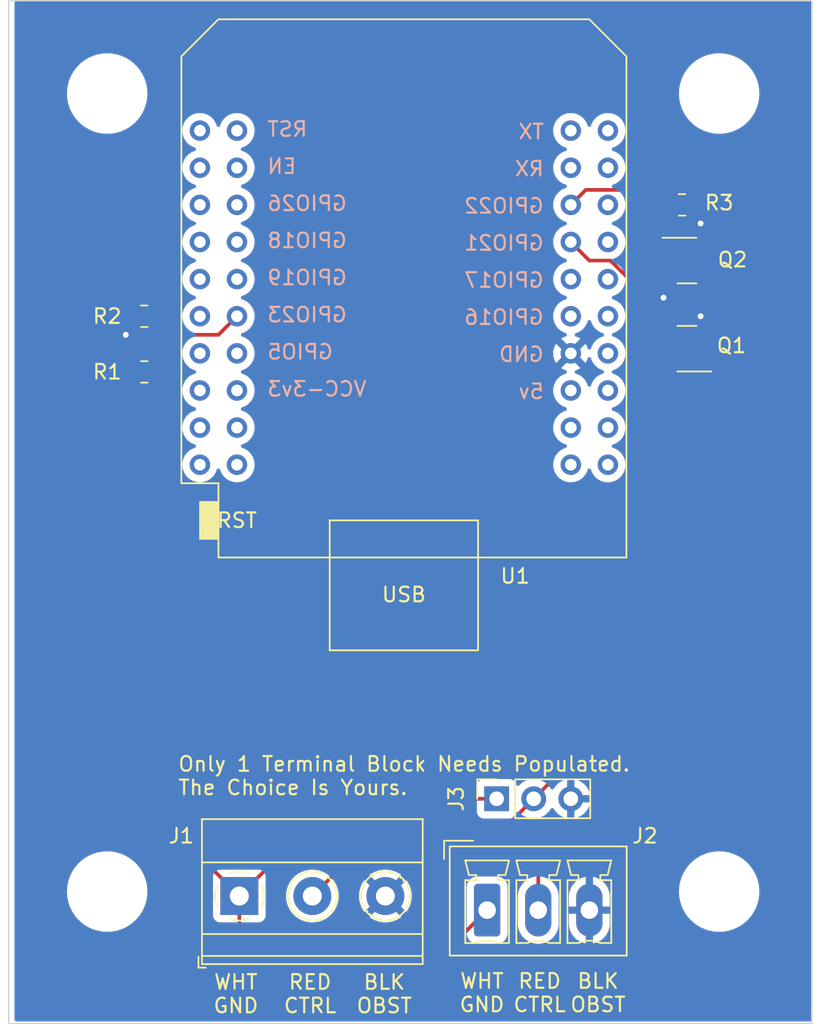
<source format=kicad_pcb>
(kicad_pcb (version 20221018) (generator pcbnew)
  (layers (0 "F.Cu" signal) (31 "B.Cu" signal) (34 "B.Paste" user) (35 "F.Paste" user) (36 "B.SilkS" user "B.Silkscreen") (37 "F.SilkS" user "F.Silkscreen") (38 "B.Mask" user) (39 "F.Mask" user) (44 "Edge.Cuts" user))
  (net 0 "")
  (net 1 "Net-(J1-BLK{slash}OBST)")
  (net 2 "Net-(J1-RED{slash}CTRL)")
  (net 3 "Net-(Q1-D)")
  (net 4 "Net-(Q2-G)")
  (net 5 "+3.3V")
  (net 6 "GND")
  (net 7 "+5V")
  (net 8 "Net-(U2-IO_23{slash}D7)")
  (net 30 "unconnected-(U2-IO_05{slash}D8-Pad14)")
  (net 43 "Net-(U1-IO_23{slash}D7)")
  (footprint "Resistor_SMD:R_0805_2012Metric" (layer "F.Cu") (at 160.02 71.12 180)
    (fp_text reference "R3" (at -2.54 0.144162) (layer "F.SilkS"))
    (fp_text value "10k")
    (fp_line (start -0.227064 -0.735) (end 0.227064 -0.735) (stroke (width 0.12)) (layer "F.SilkS"))
    (fp_line (start -0.227064 0.735) (end 0.227064 0.735) (stroke (width 0.12)) (layer "F.SilkS"))
    (pad "1" smd roundrect (at -0.9125 0 180) (size 1.025 1.4) (layers "F.Cu" "F.Paste" "F.Mask") (roundrect_rratio 0.243902439) (net 6 "GND"))
    (pad "2" smd roundrect (at 0.9125 0 180) (size 1.025 1.4) (layers "F.Cu" "F.Paste" "F.Mask") (roundrect_rratio 0.243902439) (net 4 "Net-(Q2-G)"))
  )
  (footprint "Connector_PinSocket_2.54mm:PinSocket_1x03_P2.54mm_Vertical" (layer "F.Cu") (at 147.32 111.76 90)
    (fp_text reference "J3" (at 0 -2.77 90) (layer "F.SilkS"))
    (fp_text value "Screw_Terminal_01x03")
    (fp_line (start -1.33 1.27) (end -1.33 6.41) (stroke (width 0.12)) (layer "F.SilkS"))
    (fp_line (start -1.33 1.27) (end 1.33 1.27) (stroke (width 0.12)) (layer "F.SilkS"))
    (fp_line (start -1.33 6.41) (end 1.33 6.41) (stroke (width 0.12)) (layer "F.SilkS"))
    (fp_line (start 0 -1.33) (end 1.33 -1.33) (stroke (width 0.12)) (layer "F.SilkS"))
    (fp_line (start 1.33 -1.33) (end 1.33 0) (stroke (width 0.12)) (layer "F.SilkS"))
    (fp_line (start 1.33 1.27) (end 1.33 6.41) (stroke (width 0.12)) (layer "F.SilkS"))
    (pad "1" thru_hole rect (at 0 0 90) (size 1.7 1.7) (drill 1) (layers "*.Cu" "*.Mask") (net 1 "Net-(J1-BLK{slash}OBST)"))
    (pad "2" thru_hole oval (at 0 2.54 90) (size 1.7 1.7) (drill 1) (layers "*.Cu" "*.Mask") (net 2 "Net-(J1-RED{slash}CTRL)"))
    (pad "3" thru_hole oval (at 0 5.08 90) (size 1.7 1.7) (drill 1) (layers "*.Cu" "*.Mask") (net 6 "GND"))
  )
  (footprint "MountingHole:MountingHole_5mm" (layer "F.Cu") (at 162.56 63.5)
    (fp_text reference "REF**" hide)
    (fp_text value "MountingHole_5mm")
    (pad "" np_thru_hole circle (at 0 0) (size 5 5) (drill 5) (layers "*.Cu" "*.Mask"))
  )
  (footprint "MountingHole:MountingHole_5mm" (layer "F.Cu") (at 162.56 118.11)
    (fp_text reference "REF**" hide)
    (fp_text value "MountingHole_5mm")
    (pad "" np_thru_hole circle (at 0 0) (size 5 5) (drill 5) (layers "F&B.Cu" "*.Mask"))
  )
  (footprint "MountingHole:MountingHole_5mm" (layer "F.Cu") (at 120.65 118.11)
    (fp_text reference "REF**" hide)
    (fp_text value "MountingHole_5mm")
    (pad "" np_thru_hole circle (at 0 0) (size 5 5) (drill 5) (layers "F&B.Cu" "*.Mask"))
  )
  (footprint "MountingHole:MountingHole_5mm" (layer "F.Cu") (at 120.65 63.5)
    (fp_text reference "REF**" hide)
    (fp_text value "MountingHole_5mm")
    (pad "" np_thru_hole circle (at 0 0) (size 5 5) (drill 5) (layers "F&B.Cu" "*.Mask"))
  )
  (footprint "Package_TO_SOT_SMD:SOT-23" (layer "F.Cu") (at 160.3525 74.93)
    (fp_text reference "Q2" (at 3.120226 -0.057046) (layer "F.SilkS"))
    (fp_text value "AO3400A")
    (fp_line (start 0 -1.56) (end -1.675 -1.56) (stroke (width 0.12)) (layer "F.SilkS"))
    (fp_line (start 0 -1.56) (end 0.65 -1.56) (stroke (width 0.12)) (layer "F.SilkS"))
    (fp_line (start 0 1.56) (end -0.65 1.56) (stroke (width 0.12)) (layer "F.SilkS"))
    (fp_line (start 0 1.56) (end 0.65 1.56) (stroke (width 0.12)) (layer "F.SilkS"))
    (pad "1" smd roundrect (at -0.9375 -0.95) (size 1.475 0.6) (layers "F.Cu" "F.Paste" "F.Mask") (net 4 "Net-(Q2-G)"))
    (pad "2" smd roundrect (at -0.9375 0.95) (size 1.475 0.6) (layers "F.Cu" "F.Paste" "F.Mask") (net 6 "GND"))
    (pad "3" smd roundrect (at 0.9375 0) (size 1.475 0.6) (layers "F.Cu" "F.Paste" "F.Mask") (net 2 "Net-(J1-RED{slash}CTRL)"))
  )
  (footprint "ESP32_mini:ESP32_mini" (layer "F.Cu") (at 140.97 77.47)
    (fp_text reference "U1" (at 7.62 19.05) (layer "F.SilkS"))
    (fp_text value "mini_esp32")
    (fp_text user "USB" (at 0 20.32) (layer "F.SilkS"))
    (fp_text user "RST" (at -11.43 15.24) (layer "F.SilkS"))
    (fp_line (start -15.24 -16.51) (end -15.24 12.7) (stroke (width 0.12)) (layer "F.SilkS"))
    (fp_line (start -15.24 12.7) (end -12.7 12.7) (stroke (width 0.12)) (layer "F.SilkS"))
    (fp_line (start -12.7 -19.05) (end -15.24 -16.51) (stroke (width 0.12)) (layer "F.SilkS"))
    (fp_line (start -12.7 -19.05) (end -11.43 -19.05) (stroke (width 0.12)) (layer "F.SilkS"))
    (fp_line (start -12.7 12.7) (end -12.7 17.78) (stroke (width 0.12)) (layer "F.SilkS"))
    (fp_line (start -12.7 17.78) (end 15.24 17.78) (stroke (width 0.12)) (layer "F.SilkS"))
    (fp_line (start -5.08 15.24) (end 5.08 15.24) (stroke (width 0.12)) (layer "F.SilkS"))
    (fp_line (start -5.08 17.78) (end -5.08 15.24) (stroke (width 0.12)) (layer "F.SilkS"))
    (fp_line (start -5.08 17.78) (end -5.08 24.13) (stroke (width 0.12)) (layer "F.SilkS"))
    (fp_line (start -5.08 24.13) (end 5.08 24.13) (stroke (width 0.12)) (layer "F.SilkS"))
    (fp_line (start 5.08 15.24) (end 5.08 17.78) (stroke (width 0.12)) (layer "F.SilkS"))
    (fp_line (start 5.08 24.13) (end 5.08 17.78) (stroke (width 0.12)) (layer "F.SilkS"))
    (fp_line (start 12.7 -19.05) (end -11.43 -19.05) (stroke (width 0.12)) (layer "F.SilkS"))
    (fp_line (start 12.7 -19.05) (end 15.24 -16.51) (stroke (width 0.12)) (layer "F.SilkS"))
    (fp_line (start 15.24 -16.51) (end 15.24 17.78) (stroke (width 0.12)) (layer "F.SilkS"))
    (fp_poly (pts (xy -13.97 16.51) (xy -13.97 13.97) (xy -12.7 13.97) (xy -12.7 16.51)) (stroke (width 0.1)) (fill solid) (layer "F.SilkS"))
    (pad "1" thru_hole circle (at -13.97 -11.43 270) (size 1.4 1.4) (drill 0.8) (layers "*.Cu" "*.Mask"))
    (pad "2" thru_hole circle (at -11.43 -11.43 270) (size 1.4 1.4) (drill 0.8) (layers "*.Cu" "*.Mask"))
    (pad "3" thru_hole circle (at -13.97 -8.89 270) (size 1.4 1.4) (drill 0.8) (layers "*.Cu" "*.Mask"))
    (pad "4" thru_hole circle (at -11.43 -8.89 270) (size 1.4 1.4) (drill 0.8) (layers "*.Cu" "*.Mask"))
    (pad "5" thru_hole circle (at -13.97 -6.35 270) (size 1.4 1.4) (drill 0.8) (layers "*.Cu" "*.Mask"))
    (pad "6" thru_hole circle (at -11.43 -6.35 270) (size 1.4 1.4) (drill 0.8) (layers "*.Cu" "*.Mask"))
    (pad "7" thru_hole circle (at -13.97 -3.81 270) (size 1.4 1.4) (drill 0.8) (layers "*.Cu" "*.Mask"))
    (pad "8" thru_hole circle (at -11.43 -3.81 270) (size 1.4 1.4) (drill 0.8) (layers "*.Cu" "*.Mask"))
    (pad "9" thru_hole circle (at -13.97 -1.27 270) (size 1.4 1.4) (drill 0.8) (layers "*.Cu" "*.Mask"))
    (pad "10" thru_hole circle (at -11.43 -1.27 270) (size 1.4 1.4) (drill 0.8) (layers "*.Cu" "*.Mask"))
    (pad "11" thru_hole circle (at -13.97 1.27 270) (size 1.4 1.4) (drill 0.8) (layers "*.Cu" "*.Mask"))
    (pad "12" thru_hole circle (at -11.43 1.27 270) (size 1.4 1.4) (drill 0.8) (layers "*.Cu" "*.Mask") (net 8 "Net-(U2-IO_23{slash}D7)"))
    (pad "13" thru_hole circle (at -13.97 3.81 270) (size 1.4 1.4) (drill 0.8) (layers "*.Cu" "*.Mask"))
    (pad "14" thru_hole circle (at -11.43 3.81 270) (size 1.4 1.4) (drill 0.8) (layers "*.Cu" "*.Mask") (net 30 "unconnected-(U2-IO_05{slash}D8-Pad14)"))
    (pad "15" thru_hole circle (at -13.97 6.35 270) (size 1.4 1.4) (drill 0.8) (layers "*.Cu" "*.Mask"))
    (pad "16" thru_hole circle (at -11.43 6.35 270) (size 1.4 1.4) (drill 0.8) (layers "*.Cu" "*.Mask") (net 5 "+3.3V"))
    (pad "17" thru_hole circle (at -13.97 8.89 270) (size 1.4 1.4) (drill 0.8) (layers "*.Cu" "*.Mask"))
    (pad "18" thru_hole circle (at -11.43 8.89 270) (size 1.4 1.4) (drill 0.8) (layers "*.Cu" "*.Mask"))
    (pad "19" thru_hole circle (at -13.97 11.43 270) (size 1.4 1.4) (drill 0.8) (layers "*.Cu" "*.Mask"))
    (pad "20" thru_hole circle (at -11.43 11.43 270) (size 1.4 1.4) (drill 0.8) (layers "*.Cu" "*.Mask"))
    (pad "21" thru_hole circle (at 11.43 -11.43 270) (size 1.4 1.4) (drill 0.8) (layers "*.Cu" "*.Mask"))
    (pad "22" thru_hole circle (at 13.97 -11.43 270) (size 1.4 1.4) (drill 0.8) (layers "*.Cu" "*.Mask"))
    (pad "23" thru_hole circle (at 11.43 -8.89 270) (size 1.4 1.4) (drill 0.8) (layers "*.Cu" "*.Mask"))
    (pad "24" thru_hole circle (at 13.97 -8.89 270) (size 1.4 1.4) (drill 0.8) (layers "*.Cu" "*.Mask"))
    (pad "25" thru_hole circle (at 11.43 -6.35 270) (size 1.4 1.4) (drill 0.8) (layers "*.Cu" "*.Mask") (net 4 "Net-(Q2-G)"))
    (pad "26" thru_hole circle (at 13.97 -6.35 270) (size 1.4 1.4) (drill 0.8) (layers "*.Cu" "*.Mask"))
    (pad "27" thru_hole circle (at 11.43 -3.81 270) (size 1.4 1.4) (drill 0.8) (layers "*.Cu" "*.Mask") (net 3 "Net-(Q1-D)"))
    (pad "28" thru_hole circle (at 13.97 -3.81 270) (size 1.4 1.4) (drill 0.8) (layers "*.Cu" "*.Mask"))
    (pad "29" thru_hole circle (at 11.43 -1.27 270) (size 1.4 1.4) (drill 0.8) (layers "*.Cu" "*.Mask"))
    (pad "30" thru_hole circle (at 13.97 -1.27 270) (size 1.4 1.4) (drill 0.8) (layers "*.Cu" "*.Mask"))
    (pad "31" thru_hole circle (at 11.43 1.27 270) (size 1.4 1.4) (drill 0.8) (layers "*.Cu" "*.Mask"))
    (pad "32" thru_hole circle (at 13.97 1.27 270) (size 1.4 1.4) (drill 0.8) (layers "*.Cu" "*.Mask"))
    (pad "33" thru_hole circle (at 11.43 3.81 270) (size 1.4 1.4) (drill 0.8) (layers "*.Cu" "*.Mask") (net 6 "GND"))
    (pad "34" thru_hole circle (at 13.97 3.81 270) (size 1.4 1.4) (drill 0.8) (layers "*.Cu" "*.Mask"))
    (pad "35" thru_hole circle (at 11.43 6.35 270) (size 1.4 1.4) (drill 0.8) (layers "*.Cu" "*.Mask") (net 7 "+5V"))
    (pad "36" thru_hole circle (at 13.97 6.35 270) (size 1.4 1.4) (drill 0.8) (layers "*.Cu" "*.Mask"))
    (pad "37" thru_hole circle (at 11.43 8.89 270) (size 1.4 1.4) (drill 0.8) (layers "*.Cu" "*.Mask"))
    (pad "38" thru_hole circle (at 13.97 8.89 270) (size 1.4 1.4) (drill 0.8) (layers "*.Cu" "*.Mask"))
    (pad "39" thru_hole circle (at 11.43 11.43 270) (size 1.4 1.4) (drill 0.8) (layers "*.Cu" "*.Mask"))
    (pad "40" thru_hole circle (at 13.97 11.43 270) (size 1.4 1.4) (drill 0.8) (layers "*.Cu" "*.Mask"))
  )
  (footprint "Package_TO_SOT_SMD:SOT-23" (layer "F.Cu") (at 160.3525 80.96 180)
    (fp_text reference "Q1" (at -3.053408 0.213873) (layer "F.SilkS"))
    (fp_text value "2N7002")
    (fp_line (start 0 -1.56) (end -1.675 -1.56) (stroke (width 0.12)) (layer "F.SilkS"))
    (fp_line (start 0 -1.56) (end 0.65 -1.56) (stroke (width 0.12)) (layer "F.SilkS"))
    (fp_line (start 0 1.56) (end -0.65 1.56) (stroke (width 0.12)) (layer "F.SilkS"))
    (fp_line (start 0 1.56) (end 0.65 1.56) (stroke (width 0.12)) (layer "F.SilkS"))
    (pad "1" smd roundrect (at -0.9375 -0.95 180) (size 1.475 0.6) (layers "F.Cu" "F.Paste" "F.Mask") (net 2 "Net-(J1-RED{slash}CTRL)"))
    (pad "2" smd roundrect (at -0.9375 0.95 180) (size 1.475 0.6) (layers "F.Cu" "F.Paste" "F.Mask") (net 6 "GND"))
    (pad "3" smd roundrect (at 0.9375 0 180) (size 1.475 0.6) (layers "F.Cu" "F.Paste" "F.Mask") (net 3 "Net-(Q1-D)"))
  )
  (footprint "Connector_Phoenix_MC:PhoenixContact_MCV_1,5_3-G-3.5_1x03_P3.50mm_Vertical" (layer "F.Cu") (at 146.67 119.38)
    (fp_text reference "J2" (at 10.81 -5.08) (layer "F.SilkS"))
    (fp_text value "Screw_Terminal_01x03")
    (fp_line (start -2.95 -4.75) (end -0.95 -4.75) (stroke (width 0.12)) (layer "F.SilkS"))
    (fp_line (start -2.95 -3.5) (end -2.95 -4.75) (stroke (width 0.12)) (layer "F.SilkS"))
    (fp_line (start -2.56 -4.36) (end -2.56 3.11) (stroke (width 0.12)) (layer "F.SilkS"))
    (fp_line (start -2.56 3.11) (end 9.56 3.11) (stroke (width 0.12)) (layer "F.SilkS"))
    (fp_line (start -1.5 -3.4) (end 1.5 -3.4) (stroke (width 0.12)) (layer "F.SilkS"))
    (fp_line (start -1.5 -2.05) (end -0.75 -2.05) (stroke (width 0.12)) (layer "F.SilkS"))
    (fp_line (start -1.5 2.25) (end -1.5 -2.05) (stroke (width 0.12)) (layer "F.SilkS"))
    (fp_line (start -1.25 -2.4) (end -1.5 -3.4) (stroke (width 0.12)) (layer "F.SilkS"))
    (fp_line (start -0.75 -2.4) (end -1.25 -2.4) (stroke (width 0.12)) (layer "F.SilkS"))
    (fp_line (start -0.75 -2.05) (end -0.75 -2.4) (stroke (width 0.12)) (layer "F.SilkS"))
    (fp_line (start -0.75 2.25) (end -1.5 2.25) (stroke (width 0.12)) (layer "F.SilkS"))
    (fp_line (start 0.75 -2.4) (end 0.75 -2.05) (stroke (width 0.12)) (layer "F.SilkS"))
    (fp_line (start 0.75 -2.05) (end 1.5 -2.05) (stroke (width 0.12)) (layer "F.SilkS"))
    (fp_line (start 1.25 -2.4) (end 0.75 -2.4) (stroke (width 0.12)) (layer "F.SilkS"))
    (fp_line (start 1.5 -3.4) (end 1.25 -2.4) (stroke (width 0.12)) (layer "F.SilkS"))
    (fp_line (start 1.5 -2.05) (end 1.5 2.25) (stroke (width 0.12)) (layer "F.SilkS"))
    (fp_line (start 1.5 2.25) (end 0.75 2.25) (stroke (width 0.12)) (layer "F.SilkS"))
    (fp_line (start 2 -3.4) (end 5 -3.4) (stroke (width 0.12)) (layer "F.SilkS"))
    (fp_line (start 2 -2.05) (end 2.75 -2.05) (stroke (width 0.12)) (layer "F.SilkS"))
    (fp_line (start 2 2.25) (end 2 -2.05) (stroke (width 0.12)) (layer "F.SilkS"))
    (fp_line (start 2.25 -2.4) (end 2 -3.4) (stroke (width 0.12)) (layer "F.SilkS"))
    (fp_line (start 2.75 -2.4) (end 2.25 -2.4) (stroke (width 0.12)) (layer "F.SilkS"))
    (fp_line (start 2.75 -2.05) (end 2.75 -2.4) (stroke (width 0.12)) (layer "F.SilkS"))
    (fp_line (start 2.75 2.25) (end 2 2.25) (stroke (width 0.12)) (layer "F.SilkS"))
    (fp_line (start 4.25 -2.4) (end 4.25 -2.05) (stroke (width 0.12)) (layer "F.SilkS"))
    (fp_line (start 4.25 -2.05) (end 5 -2.05) (stroke (width 0.12)) (layer "F.SilkS"))
    (fp_line (start 4.75 -2.4) (end 4.25 -2.4) (stroke (width 0.12)) (layer "F.SilkS"))
    (fp_line (start 5 -3.4) (end 4.75 -2.4) (stroke (width 0.12)) (layer "F.SilkS"))
    (fp_line (start 5 -2.05) (end 5 2.25) (stroke (width 0.12)) (layer "F.SilkS"))
    (fp_line (start 5 2.25) (end 4.25 2.25) (stroke (width 0.12)) (layer "F.SilkS"))
    (fp_line (start 5.5 -3.4) (end 8.5 -3.4) (stroke (width 0.12)) (layer "F.SilkS"))
    (fp_line (start 5.5 -2.05) (end 6.25 -2.05) (stroke (width 0.12)) (layer "F.SilkS"))
    (fp_line (start 5.5 2.25) (end 5.5 -2.05) (stroke (width 0.12)) (layer "F.SilkS"))
    (fp_line (start 5.75 -2.4) (end 5.5 -3.4) (stroke (width 0.12)) (layer "F.SilkS"))
    (fp_line (start 6.25 -2.4) (end 5.75 -2.4) (stroke (width 0.12)) (layer "F.SilkS"))
    (fp_line (start 6.25 -2.05) (end 6.25 -2.4) (stroke (width 0.12)) (layer "F.SilkS"))
    (fp_line (start 6.25 2.25) (end 5.5 2.25) (stroke (width 0.12)) (layer "F.SilkS"))
    (fp_line (start 7.75 -2.4) (end 7.75 -2.05) (stroke (width 0.12)) (layer "F.SilkS"))
    (fp_line (start 7.75 -2.05) (end 8.5 -2.05) (stroke (width 0.12)) (layer "F.SilkS"))
    (fp_line (start 8.25 -2.4) (end 7.75 -2.4) (stroke (width 0.12)) (layer "F.SilkS"))
    (fp_line (start 8.5 -3.4) (end 8.25 -2.4) (stroke (width 0.12)) (layer "F.SilkS"))
    (fp_line (start 8.5 -2.05) (end 8.5 2.25) (stroke (width 0.12)) (layer "F.SilkS"))
    (fp_line (start 8.5 2.25) (end 7.75 2.25) (stroke (width 0.12)) (layer "F.SilkS"))
    (fp_line (start 9.56 -4.36) (end -2.56 -4.36) (stroke (width 0.12)) (layer "F.SilkS"))
    (fp_line (start 9.56 3.11) (end 9.56 -4.36) (stroke (width 0.12)) (layer "F.SilkS"))
    (fp_arc (start -0.75 2.25) (mid -0.000193 2.09191) (end 0.749647 2.249844) (stroke (width 0.12)) (layer "F.SilkS"))
    (fp_arc (start 2.75 2.25) (mid 3.499807 2.09191) (end 4.249647 2.249844) (stroke (width 0.12)) (layer "F.SilkS"))
    (fp_arc (start 6.25 2.25) (mid 6.999807 2.09191) (end 7.749647 2.249844) (stroke (width 0.12)) (layer "F.SilkS"))
    (pad "1" thru_hole roundrect (at 0 0) (size 1.8 3.6) (drill 1.2) (layers "*.Cu" "*.Mask") (roundrect_rratio 0.1388888889) (net 1 "Net-(J1-BLK{slash}OBST)"))
    (pad "2" thru_hole oval (at 3.5 0) (size 1.8 3.6) (drill 1.2) (layers "*.Cu" "*.Mask") (net 2 "Net-(J1-RED{slash}CTRL)"))
    (pad "3" thru_hole oval (at 7 0) (size 1.8 3.6) (drill 1.2) (layers "*.Cu" "*.Mask") (net 6 "GND"))
  )
  (footprint "TerminalBlock_Phoenix:TerminalBlock_Phoenix_MKDS-1,5-3_1x03_P5.00mm_Horizontal" (layer "F.Cu") (at 129.7 118.415)
    (fp_text reference "J1" (at -3.97 -4.115) (layer "F.SilkS"))
    (fp_text value "Screw_Terminal_01x03")
    (fp_line (start -2.8 4.16) (end -2.8 4.9) (stroke (width 0.12)) (layer "F.SilkS"))
    (fp_line (start -2.8 4.9) (end -2.3 4.9) (stroke (width 0.12)) (layer "F.SilkS"))
    (fp_line (start -2.56 -5.261) (end -2.56 4.66) (stroke (width 0.12)) (layer "F.SilkS"))
    (fp_line (start -2.56 -5.261) (end 12.56 -5.261) (stroke (width 0.12)) (layer "F.SilkS"))
    (fp_line (start -2.56 -2.301) (end 12.56 -2.301) (stroke (width 0.12)) (layer "F.SilkS"))
    (fp_line (start -2.56 2.6) (end 12.56 2.6) (stroke (width 0.12)) (layer "F.SilkS"))
    (fp_line (start -2.56 4.1) (end 12.56 4.1) (stroke (width 0.12)) (layer "F.SilkS"))
    (fp_line (start -2.56 4.66) (end 12.56 4.66) (stroke (width 0.12)) (layer "F.SilkS"))
    (fp_line (start 3.773 1.023) (end 3.726 1.069) (stroke (width 0.12)) (layer "F.SilkS"))
    (fp_line (start 3.966 1.239) (end 3.931 1.274) (stroke (width 0.12)) (layer "F.SilkS"))
    (fp_line (start 6.07 -1.275) (end 6.035 -1.239) (stroke (width 0.12)) (layer "F.SilkS"))
    (fp_line (start 6.275 -1.069) (end 6.228 -1.023) (stroke (width 0.12)) (layer "F.SilkS"))
    (fp_line (start 8.773 1.023) (end 8.726 1.069) (stroke (width 0.12)) (layer "F.SilkS"))
    (fp_line (start 8.966 1.239) (end 8.931 1.274) (stroke (width 0.12)) (layer "F.SilkS"))
    (fp_line (start 11.07 -1.275) (end 11.035 -1.239) (stroke (width 0.12)) (layer "F.SilkS"))
    (fp_line (start 11.275 -1.069) (end 11.228 -1.023) (stroke (width 0.12)) (layer "F.SilkS"))
    (fp_line (start 12.56 -5.261) (end 12.56 4.66) (stroke (width 0.12)) (layer "F.SilkS"))
    (fp_arc (start -1.535427 0.683042) (mid -1.680501 -0.000524) (end -1.535 -0.684) (stroke (width 0.12)) (layer "F.SilkS"))
    (fp_arc (start -0.683042 -1.535427) (mid 0.000524 -1.680501) (end 0.684 -1.535) (stroke (width 0.12)) (layer "F.SilkS"))
    (fp_arc (start 0.028805 1.680253) (mid -0.335551 1.646659) (end -0.684 1.535) (stroke (width 0.12)) (layer "F.SilkS"))
    (fp_arc (start 0.683318 1.534756) (mid 0.349292 1.643288) (end 0 1.68) (stroke (width 0.12)) (layer "F.SilkS"))
    (fp_arc (start 1.535427 -0.683042) (mid 1.680501 0.000524) (end 1.535 0.684) (stroke (width 0.12)) (layer "F.SilkS"))
    (fp_circle (center 5 0) (end 6.68 0) (stroke (width 0.12)) (fill none) (layer "F.SilkS"))
    (fp_circle (center 10 0) (end 11.68 0) (stroke (width 0.12)) (fill none) (layer "F.SilkS"))
    (pad "1" thru_hole rect (at 0 0) (size 2.6 2.6) (drill 1.3) (layers "*.Cu" "*.Mask") (net 1 "Net-(J1-BLK{slash}OBST)"))
    (pad "2" thru_hole circle (at 5 0) (size 2.6 2.6) (drill 1.3) (layers "*.Cu" "*.Mask") (net 2 "Net-(J1-RED{slash}CTRL)"))
    (pad "3" thru_hole circle (at 10 0) (size 2.6 2.6) (drill 1.3) (layers "*.Cu" "*.Mask") (net 6 "GND"))
  )
  (footprint "Resistor_SMD:R_0805_2012Metric" (layer "F.Cu") (at 123.19 78.74 180)
    (fp_text reference "R2" (at 2.54 0) (layer "F.SilkS"))
    (fp_text value "10k")
    (fp_line (start -0.227064 -0.735) (end 0.227064 -0.735) (stroke (width 0.12)) (layer "F.SilkS"))
    (fp_line (start -0.227064 0.735) (end 0.227064 0.735) (stroke (width 0.12)) (layer "F.SilkS"))
    (pad "1" smd roundrect (at -0.9125 0 180) (size 1.025 1.4) (layers "F.Cu" "F.Paste" "F.Mask") (roundrect_rratio 0.243902439) (net 43 "Net-(U1-IO_23{slash}D7)"))
    (pad "2" smd roundrect (at 0.9125 0 180) (size 1.025 1.4) (layers "F.Cu" "F.Paste" "F.Mask") (roundrect_rratio 0.243902439) (net 6 "GND"))
  )
  (footprint "Resistor_SMD:R_0805_2012Metric" (layer "F.Cu") (at 123.19 82.55)
    (fp_text reference "R1" (at -2.54 0) (layer "F.SilkS"))
    (fp_text value "10k")
    (fp_line (start -0.227064 -0.735) (end 0.227064 -0.735) (stroke (width 0.12)) (layer "F.SilkS"))
    (fp_line (start -0.227064 0.735) (end 0.227064 0.735) (stroke (width 0.12)) (layer "F.SilkS"))
    (pad "1" smd roundrect (at -0.9125 0) (size 1.025 1.4) (layers "F.Cu" "F.Paste" "F.Mask") (roundrect_rratio 0.243902439) (net 1 "Net-(J1-BLK{slash}OBST)"))
    (pad "2" smd roundrect (at 0.9125 0) (size 1.025 1.4) (layers "F.Cu" "F.Paste" "F.Mask") (roundrect_rratio 0.243902439) (net 43 "Net-(U1-IO_23{slash}D7)"))
  )
  (gr_rect (start 113.91 57.15) (end 168.91 127.15) (stroke (width 0.1)) (fill none) (layer "Edge.Cuts"))
  (gr_text "GPIO17" (at 150.637712 76.855594) (layer "B.SilkS") (effects (font (size 1 1)) (justify left bottom mirror)))
  (gr_text "RST" (at 134.445715 66.525297) (layer "B.SilkS") (effects (font (size 1 1)) (justify left bottom mirror)))
  (gr_text "GPIO22" (at 150.637712 71.775594) (layer "B.SilkS") (effects (font (size 1 1)) (justify left bottom mirror)))
  (gr_text "RX" (at 150.637712 69.235594) (layer "B.SilkS") (effects (font (size 1 1)) (justify left bottom mirror)))
  (gr_text "GPIO16" (at 150.637712 79.395594) (layer "B.SilkS") (effects (font (size 1 1)) (justify left bottom mirror)))
  (gr_text "GPIO23" (at 137.16 79.225297) (layer "B.SilkS") (effects (font (size 1 1)) (justify left bottom mirror)))
  (gr_text "5v" (at 150.637712 84.475594) (layer "B.SilkS") (effects (font (size 1 1)) (justify left bottom mirror)))
  (gr_text "GPIO5" (at 136.207619 81.765297) (layer "B.SilkS") (effects (font (size 1 1)) (justify left bottom mirror)))
  (gr_text "EN" (at 133.68381 69.065297) (layer "B.SilkS") (effects (font (size 1 1)) (justify left bottom mirror)))
  (gr_text "GPIO19" (at 137.16 76.685297) (layer "B.SilkS") (effects (font (size 1 1)) (justify left bottom mirror)))
  (gr_text "TX" (at 150.637712 66.695594) (layer "B.SilkS") (effects (font (size 1 1)) (justify left bottom mirror)))
  (gr_text "VCC-3v3" (at 138.493334 84.305297) (layer "B.SilkS") (effects (font (size 1 1)) (justify left bottom mirror)))
  (gr_text "GND" (at 150.637712 81.935594) (layer "B.SilkS") (effects (font (size 1 1)) (justify left bottom mirror)))
  (gr_text "GPIO18" (at 137.16 74.145297) (layer "B.SilkS") (effects (font (size 1 1)) (justify left bottom mirror)))
  (gr_text "GPIO26" (at 137.16 71.605297) (layer "B.SilkS") (effects (font (size 1 1)) (justify left bottom mirror)))
  (gr_text "GPIO21" (at 150.637712 74.315594) (layer "B.SilkS") (effects (font (size 1 1)) (justify left bottom mirror)))
  (gr_text "BLK\nOBST" (at 154.265587 126.429201) (layer "F.SilkS") (effects (font (size 1 1)) (justify bottom)))
  (gr_text "RED\nCTRL" (at 134.546103 126.499836) (layer "F.SilkS") (effects (font (size 1 1)) (justify bottom)))
  (gr_text "RED\nCTRL" (at 150.267396 126.429201) (layer "F.SilkS") (effects (font (size 1 1)) (justify bottom)))
  (gr_text "WHT\nGND" (at 129.466103 126.499836) (layer "F.SilkS") (effects (font (size 1 1)) (justify bottom)))
  (gr_text "Only 1 Terminal Block Needs Populated.\nThe Choice Is Yours." (at 125.437869 111.57816) (layer "F.SilkS") (effects (font (size 1 1)) (justify left bottom)))
  (gr_text "BLK\nOBST" (at 139.626103 126.499836) (layer "F.SilkS") (effects (font (size 1 1)) (justify bottom)))
  (gr_text "WHT\nGND" (at 146.317376 126.429201) (layer "F.SilkS") (effects (font (size 1 1)) (justify bottom)))
  (segment (start 129.7 118.415) (end 122.2775 110.9925) (width 0.25) (layer "F.Cu") (net 1))
  (segment (start 129.7 118.415) (end 129.7 120.81) (width 0.25) (layer "F.Cu") (net 1))
  (segment (start 144.13 121.92) (end 146.67 119.38) (width 0.25) (layer "F.Cu") (net 1))
  (segment (start 122.2775 110.9925) (end 122.2775 82.55) (width 0.25) (layer "F.Cu") (net 1))
  (segment (start 129.7 118.415) (end 136.355 111.76) (width 0.25) (layer "F.Cu") (net 1))
  (segment (start 129.7 120.81) (end 130.81 121.92) (width 0.25) (layer "F.Cu") (net 1))
  (segment (start 136.355 111.76) (end 147.32 111.76) (width 0.25) (layer "F.Cu") (net 1))
  (segment (start 130.81 121.92) (end 144.13 121.92) (width 0.25) (layer "F.Cu") (net 1))
  (segment (start 149.86 111.76) (end 148.59 113.03) (width 0.25) (layer "F.Cu") (net 2))
  (segment (start 161.29 100.33) (end 161.29 81.91) (width 0.25) (layer "F.Cu") (net 2))
  (segment (start 162.56 76.2) (end 161.29 74.93) (width 0.25) (layer "F.Cu") (net 2))
  (segment (start 148.59 114.3) (end 150.17 115.88) (width 0.25) (layer "F.Cu") (net 2))
  (segment (start 148.59 113.03) (end 148.59 114.3) (width 0.25) (layer "F.Cu") (net 2))
  (segment (start 138.815 114.3) (end 148.59 114.3) (width 0.25) (layer "F.Cu") (net 2))
  (segment (start 162.56 80.64) (end 162.56 76.2) (width 0.25) (layer "F.Cu") (net 2))
  (segment (start 161.29 81.91) (end 162.56 80.64) (width 0.25) (layer "F.Cu") (net 2))
  (segment (start 134.7 118.415) (end 138.815 114.3) (width 0.25) (layer "F.Cu") (net 2))
  (segment (start 150.17 115.88) (end 150.17 119.38) (width 0.25) (layer "F.Cu") (net 2))
  (segment (start 149.86 111.76) (end 161.29 100.33) (width 0.25) (layer "F.Cu") (net 2))
  (segment (start 153.67 74.93) (end 152.4 73.66) (width 0.25) (layer "F.Cu") (net 3))
  (segment (start 159.415 79.225431) (end 155.119569 74.93) (width 0.25) (layer "F.Cu") (net 3))
  (segment (start 159.415 80.96) (end 159.415 79.225431) (width 0.25) (layer "F.Cu") (net 3))
  (segment (start 155.119569 74.93) (end 153.67 74.93) (width 0.25) (layer "F.Cu") (net 3))
  (segment (start 158.0825 70.095) (end 159.1075 71.12) (width 0.25) (layer "F.Cu") (net 4))
  (segment (start 159.1075 71.12) (end 159.1075 73.6725) (width 0.25) (layer "F.Cu") (net 4))
  (segment (start 152.4 71.12) (end 153.425 70.095) (width 0.25) (layer "F.Cu") (net 4))
  (segment (start 153.425 70.095) (end 158.0825 70.095) (width 0.25) (layer "F.Cu") (net 4))
  (segment (start 159.1075 73.6725) (end 159.415 73.98) (width 0.25) (layer "F.Cu") (net 4))
  (segment (start 161.29 80.01) (end 161.29 78.74) (width 0.25) (layer "F.Cu") (net 6))
  (segment (start 159.415 76.805) (end 158.75 77.47) (width 0.25) (layer "F.Cu") (net 6))
  (segment (start 160.9325 71.12) (end 160.9325 72.0325) (width 0.25) (layer "F.Cu") (net 6))
  (segment (start 122.2775 78.74) (end 122.2775 79.6525) (width 0.25) (layer "F.Cu") (net 6))
  (segment (start 159.415 75.88) (end 159.415 76.805) (width 0.25) (layer "F.Cu") (net 6))
  (segment (start 160.9325 72.0325) (end 161.29 72.39) (width 0.25) (layer "F.Cu") (net 6))
  (segment (start 122.2775 79.6525) (end 121.92 80.01) (width 0.25) (layer "F.Cu") (net 6))
  (via (at 161.29 72.39) (size 0.8) (drill 0.4) (layers "F.Cu" "B.Cu") (net 6))
  (via (at 158.75 77.47) (size 0.8) (drill 0.4) (layers "F.Cu" "B.Cu") (net 6))
  (via (at 161.29 78.74) (size 0.8) (drill 0.4) (layers "F.Cu" "B.Cu") (net 6))
  (via (at 121.92 80.01) (size 0.8) (drill 0.4) (layers "F.Cu" "B.Cu") (net 6))
  (segment (start 124.1025 78.74) (end 125.3725 80.01) (width 0.25) (layer "F.Cu") (net 8))
  (segment (start 128.27 80.01) (end 129.54 78.74) (width 0.25) (layer "F.Cu") (net 8))
  (segment (start 125.3725 80.01) (end 128.27 80.01) (width 0.25) (layer "F.Cu") (net 8))
  (segment (start 124.1025 82.55) (end 124.1025 78.74) (width 0.25) (layer "F.Cu") (net 8))
  (segment (start 129.66 81.4) (end 129.5475 81.4) (width 0.25) (layer "F.Cu") (net 30))
  (zone (net 6) (net_name "GND") (layer "B.Cu") (connect_pads (clearance 0.5)) (min_thickness 0.25) (fill yes (thermal_gap 0.5) (thermal_bridge_width 0.5))
    (polygon (pts (xy 114.3 57.15) (xy 168.91 57.15) (xy 168.91 127) (xy 114.3 127)))
  )
)
</source>
